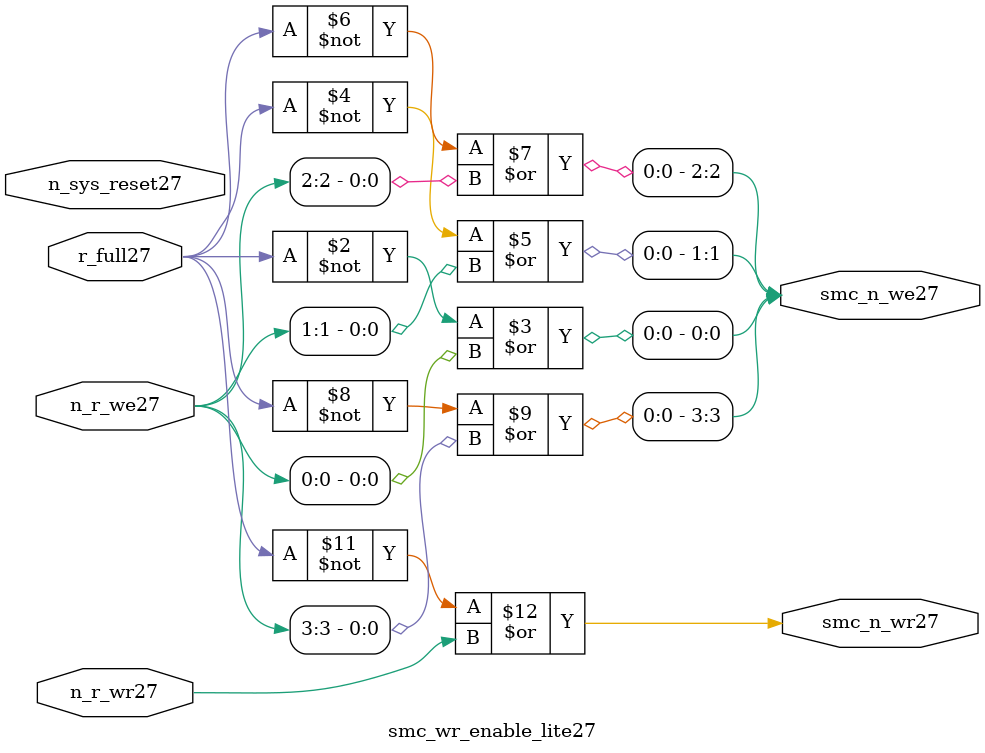
<source format=v>


  module smc_wr_enable_lite27 (

                      //inputs27                      

                      n_sys_reset27,
                      r_full27,
                      n_r_we27,
                      n_r_wr27,

                      //outputs27

                      smc_n_we27,
                      smc_n_wr27);

//I27/O27
   
   input             n_sys_reset27;   //system reset
   input             r_full27;    // Full cycle write strobe27
   input [3:0]       n_r_we27;    //write enable from smc_strobe27
   input             n_r_wr27;    //write strobe27 from smc_strobe27
   output [3:0]      smc_n_we27;  // write enable (active low27)
   output            smc_n_wr27;  // write strobe27 (active low27)
   
   
//output reg declaration27.
   
   reg [3:0]          smc_n_we27;
   reg                smc_n_wr27;

//----------------------------------------------------------------------
// negedge strobes27 with clock27.
//----------------------------------------------------------------------
      

//----------------------------------------------------------------------
      
//--------------------------------------------------------------------
// Gate27 Write strobes27 with clock27.
//--------------------------------------------------------------------

  always @(r_full27 or n_r_we27)
  
  begin
  
     smc_n_we27[0] = ((~r_full27  ) | n_r_we27[0] );

     smc_n_we27[1] = ((~r_full27  ) | n_r_we27[1] );

     smc_n_we27[2] = ((~r_full27  ) | n_r_we27[2] );

     smc_n_we27[3] = ((~r_full27  ) | n_r_we27[3] );

  
  end

//--------------------------------------------------------------------   
//write strobe27 generation27
//--------------------------------------------------------------------   

  always @(n_r_wr27 or r_full27 )
  
     begin
  
        smc_n_wr27 = ((~r_full27 ) | n_r_wr27 );
       
     end

endmodule // smc_wr_enable27


</source>
